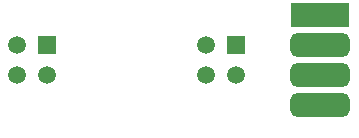
<source format=gbr>
%TF.GenerationSoftware,Altium Limited,Altium Designer,21.2.2 (38)*%
G04 Layer_Color=255*
%FSLAX45Y45*%
%MOMM*%
%TF.SameCoordinates,3995F6FB-8084-4E5D-8546-3C017CB94CB1*%
%TF.FilePolarity,Positive*%
%TF.FileFunction,Pads,Top*%
%TF.Part,Single*%
G01*
G75*
%TA.AperFunction,ComponentPad*%
%ADD10C,1.50000*%
%ADD11R,1.50000X1.50000*%
G04:AMPARAMS|DCode=12|XSize=2mm|YSize=5mm|CornerRadius=0.5mm|HoleSize=0mm|Usage=FLASHONLY|Rotation=270.000|XOffset=0mm|YOffset=0mm|HoleType=Round|Shape=RoundedRectangle|*
%AMROUNDEDRECTD12*
21,1,2.00000,4.00000,0,0,270.0*
21,1,1.00000,5.00000,0,0,270.0*
1,1,1.00000,-2.00000,-0.50000*
1,1,1.00000,-2.00000,0.50000*
1,1,1.00000,2.00000,0.50000*
1,1,1.00000,2.00000,-0.50000*
%
%ADD12ROUNDEDRECTD12*%
%ADD13R,5.00000X2.00000*%
D10*
X246000Y623000D02*
D03*
Y877000D02*
D03*
X500000Y623000D02*
D03*
X2100000D02*
D03*
X1846000Y877000D02*
D03*
Y623000D02*
D03*
D11*
X500000Y877000D02*
D03*
X2100000D02*
D03*
D12*
X2810000Y372000D02*
D03*
Y626000D02*
D03*
Y880000D02*
D03*
D13*
Y1134000D02*
D03*
%TF.MD5,91347271f671cec3da2f24f05070dba1*%
M02*

</source>
